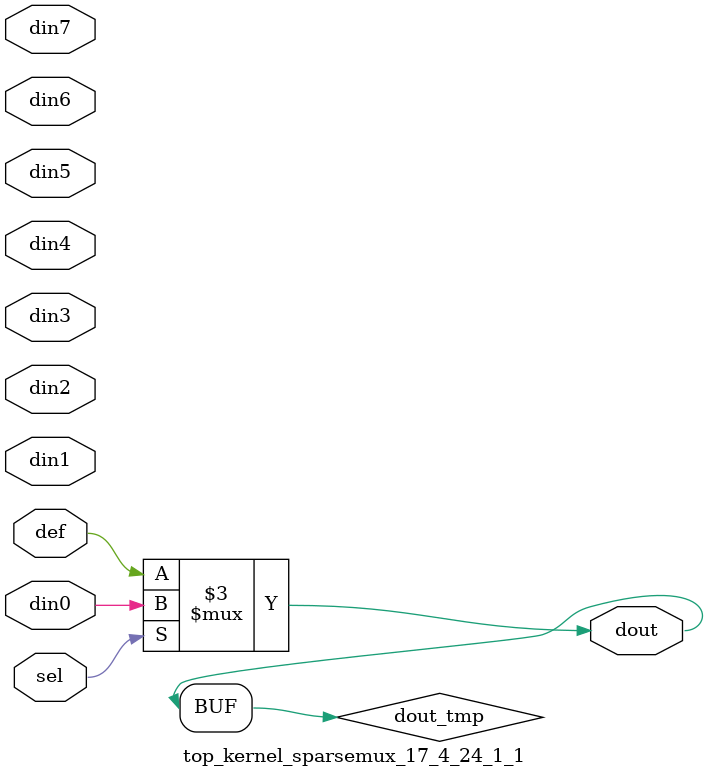
<source format=v>
`timescale 1ns / 1ps

module top_kernel_sparsemux_17_4_24_1_1 (din0,din1,din2,din3,din4,din5,din6,din7,def,sel,dout);

parameter din0_WIDTH = 1;

parameter din1_WIDTH = 1;

parameter din2_WIDTH = 1;

parameter din3_WIDTH = 1;

parameter din4_WIDTH = 1;

parameter din5_WIDTH = 1;

parameter din6_WIDTH = 1;

parameter din7_WIDTH = 1;

parameter def_WIDTH = 1;
parameter sel_WIDTH = 1;
parameter dout_WIDTH = 1;

parameter [sel_WIDTH-1:0] CASE0 = 1;

parameter [sel_WIDTH-1:0] CASE1 = 1;

parameter [sel_WIDTH-1:0] CASE2 = 1;

parameter [sel_WIDTH-1:0] CASE3 = 1;

parameter [sel_WIDTH-1:0] CASE4 = 1;

parameter [sel_WIDTH-1:0] CASE5 = 1;

parameter [sel_WIDTH-1:0] CASE6 = 1;

parameter [sel_WIDTH-1:0] CASE7 = 1;

parameter ID = 1;
parameter NUM_STAGE = 1;



input [din0_WIDTH-1:0] din0;

input [din1_WIDTH-1:0] din1;

input [din2_WIDTH-1:0] din2;

input [din3_WIDTH-1:0] din3;

input [din4_WIDTH-1:0] din4;

input [din5_WIDTH-1:0] din5;

input [din6_WIDTH-1:0] din6;

input [din7_WIDTH-1:0] din7;

input [def_WIDTH-1:0] def;
input [sel_WIDTH-1:0] sel;

output [dout_WIDTH-1:0] dout;



reg [dout_WIDTH-1:0] dout_tmp;


always @ (*) begin
(* parallel_case *) case (sel)
    
    CASE0 : dout_tmp = din0;
    
    CASE1 : dout_tmp = din1;
    
    CASE2 : dout_tmp = din2;
    
    CASE3 : dout_tmp = din3;
    
    CASE4 : dout_tmp = din4;
    
    CASE5 : dout_tmp = din5;
    
    CASE6 : dout_tmp = din6;
    
    CASE7 : dout_tmp = din7;
    
    default : dout_tmp = def;
endcase
end


assign dout = dout_tmp;



endmodule

</source>
